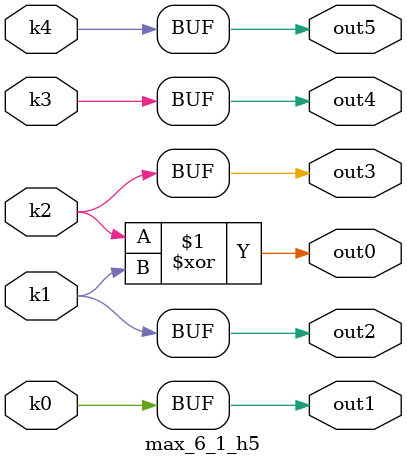
<source format=v>
module max_6_1(pi0, pi1, pi2, pi3, pi4, pi5, pi6, pi7, pi8, po0, po1, po2, po3, po4, po5);
input pi0, pi1, pi2, pi3, pi4, pi5, pi6, pi7, pi8;
output po0, po1, po2, po3, po4, po5;
wire k0, k1, k2, k3, k4;
max_6_1_w5 DUT1 (pi0, pi1, pi2, pi3, pi4, pi5, pi6, pi7, pi8, k0, k1, k2, k3, k4);
max_6_1_h5 DUT2 (k0, k1, k2, k3, k4, po0, po1, po2, po3, po4, po5);
endmodule

module max_6_1_w5(in8, in7, in6, in5, in4, in3, in2, in1, in0, k4, k3, k2, k1, k0);
input in8, in7, in6, in5, in4, in3, in2, in1, in0;
output k4, k3, k2, k1, k0;
assign k0 =   in4 ? in6 : in1;
assign k1 =   (in8 & in4) | (~in2 & ~in3 & ~in4);
assign k2 =   ~in5 & in0;
assign k3 =   (in7 | (~in6 & in1) | (~in8 & ~in3 & ~in2)) & (in0 | ~in5) & (~in6 | in1);
assign k4 =   in8 & (in2 | in3);
endmodule

module max_6_1_h5(k4, k3, k2, k1, k0, out5, out4, out3, out2, out1, out0);
input k4, k3, k2, k1, k0;
output out5, out4, out3, out2, out1, out0;
assign out0 = k2 ^ k1;
assign out1 = k0;
assign out2 = k1;
assign out3 = k2;
assign out4 = k3;
assign out5 = k4;
endmodule

</source>
